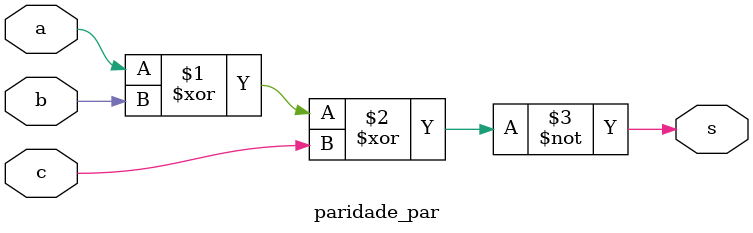
<source format=v>
module paridade_par(a, b, c, s);
input a, b, c;
output s;

assign s = ~(a ^ b ^ c);
endmodule

</source>
